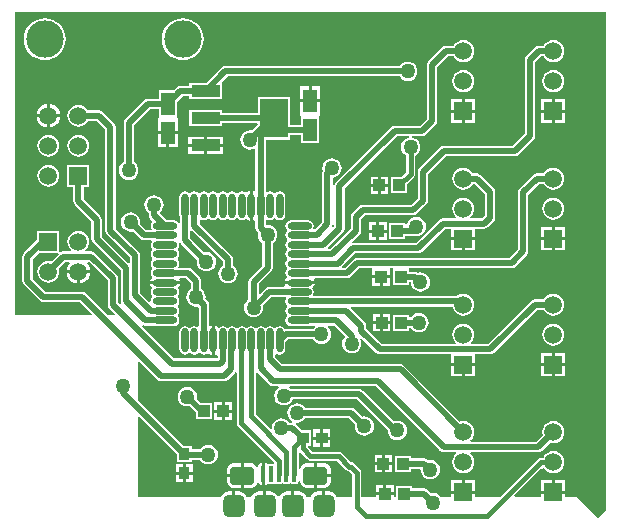
<source format=gbl>
%FSLAX25Y25*%
%MOIN*%
G70*
G01*
G75*
G04 Layer_Physical_Order=2*
G04 Layer_Color=16711680*
%ADD10R,0.03937X0.03937*%
G04:AMPARAMS|DCode=11|XSize=83mil|YSize=55mil|CornerRadius=13.75mil|HoleSize=0mil|Usage=FLASHONLY|Rotation=90.000|XOffset=0mil|YOffset=0mil|HoleType=Round|Shape=RoundedRectangle|*
%AMROUNDEDRECTD11*
21,1,0.08300,0.02750,0,0,90.0*
21,1,0.05550,0.05500,0,0,90.0*
1,1,0.02750,0.01375,0.02775*
1,1,0.02750,0.01375,-0.02775*
1,1,0.02750,-0.01375,-0.02775*
1,1,0.02750,-0.01375,0.02775*
%
%ADD11ROUNDEDRECTD11*%
%ADD12R,0.03150X0.05118*%
%ADD13R,0.05118X0.03150*%
%ADD14R,0.03740X0.03937*%
%ADD15R,0.03937X0.03740*%
%ADD16R,0.03937X0.03937*%
%ADD17C,0.01500*%
%ADD18C,0.02000*%
%ADD19R,0.05906X0.05906*%
%ADD20C,0.05906*%
%ADD21C,0.12500*%
%ADD22C,0.05000*%
%ADD23O,0.08071X0.02362*%
%ADD24O,0.02362X0.08071*%
G04:AMPARAMS|DCode=25|XSize=82.68mil|YSize=62.99mil|CornerRadius=15.75mil|HoleSize=0mil|Usage=FLASHONLY|Rotation=180.000|XOffset=0mil|YOffset=0mil|HoleType=Round|Shape=RoundedRectangle|*
%AMROUNDEDRECTD25*
21,1,0.08268,0.03150,0,0,180.0*
21,1,0.05118,0.06299,0,0,180.0*
1,1,0.03150,-0.02559,0.01575*
1,1,0.03150,0.02559,0.01575*
1,1,0.03150,0.02559,-0.01575*
1,1,0.03150,-0.02559,-0.01575*
%
%ADD25ROUNDEDRECTD25*%
G04:AMPARAMS|DCode=26|XSize=70.87mil|YSize=74.8mil|CornerRadius=17.72mil|HoleSize=0mil|Usage=FLASHONLY|Rotation=180.000|XOffset=0mil|YOffset=0mil|HoleType=Round|Shape=RoundedRectangle|*
%AMROUNDEDRECTD26*
21,1,0.07087,0.03937,0,0,180.0*
21,1,0.03543,0.07480,0,0,180.0*
1,1,0.03543,-0.01772,0.01969*
1,1,0.03543,0.01772,0.01969*
1,1,0.03543,0.01772,-0.01969*
1,1,0.03543,-0.01772,-0.01969*
%
%ADD26ROUNDEDRECTD26*%
G04:AMPARAMS|DCode=27|XSize=15.75mil|YSize=53.15mil|CornerRadius=3.94mil|HoleSize=0mil|Usage=FLASHONLY|Rotation=180.000|XOffset=0mil|YOffset=0mil|HoleType=Round|Shape=RoundedRectangle|*
%AMROUNDEDRECTD27*
21,1,0.01575,0.04528,0,0,180.0*
21,1,0.00787,0.05315,0,0,180.0*
1,1,0.00787,-0.00394,0.02264*
1,1,0.00787,0.00394,0.02264*
1,1,0.00787,0.00394,-0.02264*
1,1,0.00787,-0.00394,-0.02264*
%
%ADD27ROUNDEDRECTD27*%
G04:AMPARAMS|DCode=28|XSize=74.8mil|YSize=74.8mil|CornerRadius=18.7mil|HoleSize=0mil|Usage=FLASHONLY|Rotation=180.000|XOffset=0mil|YOffset=0mil|HoleType=Round|Shape=RoundedRectangle|*
%AMROUNDEDRECTD28*
21,1,0.07480,0.03740,0,0,180.0*
21,1,0.03740,0.07480,0,0,180.0*
1,1,0.03740,-0.01870,0.01870*
1,1,0.03740,0.01870,0.01870*
1,1,0.03740,0.01870,-0.01870*
1,1,0.03740,-0.01870,-0.01870*
%
%ADD28ROUNDEDRECTD28*%
%ADD29R,0.04724X0.07677*%
%ADD30R,0.09449X0.03937*%
%ADD31R,0.09449X0.12992*%
G36*
X196174Y179874D02*
X196174D01*
X196174Y179874D01*
X196174D01*
X196174Y179874D01*
Y179874D01*
X196174Y179874D01*
Y179874D01*
X196737Y179499D01*
X197400Y179367D01*
X218300D01*
X218963Y179499D01*
X219526Y179874D01*
X221957Y182306D01*
X222043Y182435D01*
X222522Y182289D01*
Y165500D01*
X222634Y164934D01*
X222634Y164934D01*
X222634Y164934D01*
X222955Y164455D01*
X234896Y152513D01*
X234872Y152013D01*
X234635Y151819D01*
X234335Y151879D01*
X233547D01*
X233120Y151794D01*
X233013Y151722D01*
X232780Y151769D01*
X232780Y151769D01*
Y151769D01*
X232319Y152077D01*
X231882Y152164D01*
Y148500D01*
Y144836D01*
X232319Y144923D01*
X232780Y145231D01*
X232780D01*
Y145231D01*
X233013Y145278D01*
X233120Y145206D01*
X233547Y145121D01*
X234335D01*
X234761Y145206D01*
X235123Y145448D01*
X235318D01*
X235680Y145206D01*
X236106Y145121D01*
X236894D01*
X237320Y145206D01*
X237682Y145448D01*
X237877D01*
X238239Y145206D01*
X238665Y145121D01*
X239453D01*
X239879Y145206D01*
X240241Y145448D01*
X240436D01*
X240798Y145206D01*
X241224Y145121D01*
X242012D01*
X242439Y145206D01*
X242800Y145448D01*
X243042Y145809D01*
X243097Y146085D01*
X243597Y146069D01*
X243637Y145761D01*
X243897Y145135D01*
X244309Y144597D01*
X244847Y144184D01*
X245474Y143924D01*
X246146Y143836D01*
X248205D01*
Y148008D01*
Y152180D01*
X246146D01*
X245474Y152091D01*
X244847Y151832D01*
X244309Y151419D01*
X243897Y150881D01*
X243637Y150255D01*
X243626Y150169D01*
X243127Y150202D01*
Y150764D01*
X243096Y150917D01*
Y155659D01*
X243559Y155851D01*
X245955Y153455D01*
X246434Y153134D01*
X247000Y153022D01*
X255888D01*
X258955Y149955D01*
X259434Y149634D01*
X259860Y149549D01*
X261022Y148388D01*
Y141000D01*
X255800D01*
X255653Y141355D01*
X255209Y141934D01*
X254630Y142378D01*
X253956Y142657D01*
X253232Y142752D01*
X251961D01*
Y137988D01*
X250961D01*
Y142752D01*
X249689D01*
X248965Y142657D01*
X248291Y142378D01*
X247712Y141934D01*
X247268Y141355D01*
X247121Y141000D01*
X245720D01*
X245602Y141286D01*
X245141Y141885D01*
X244542Y142346D01*
X243844Y142635D01*
X243094Y142733D01*
X241724D01*
Y137969D01*
X240724D01*
Y142733D01*
X239354D01*
X238605Y142635D01*
X237907Y142346D01*
X237307Y141885D01*
X236847Y141286D01*
X236750Y141051D01*
X236250D01*
X236153Y141286D01*
X235693Y141885D01*
X235093Y142346D01*
X234395Y142635D01*
X233646Y142733D01*
X232276D01*
Y137969D01*
X231276D01*
Y142733D01*
X229906D01*
X229156Y142635D01*
X228458Y142346D01*
X227859Y141885D01*
X227398Y141286D01*
X227280Y141000D01*
X225871D01*
X225732Y141335D01*
X225288Y141914D01*
X224709Y142358D01*
X224035Y142637D01*
X223311Y142733D01*
X222039D01*
Y137969D01*
X221039D01*
Y142733D01*
X219768D01*
X219044Y142637D01*
X218370Y142358D01*
X217791Y141914D01*
X217347Y141335D01*
X217208Y141000D01*
X189500D01*
Y167545D01*
X189962Y167736D01*
X202430Y155268D01*
Y152481D01*
X207570D01*
Y153267D01*
X210297D01*
X210718Y152718D01*
X211386Y152205D01*
X212165Y151882D01*
X213000Y151772D01*
X213835Y151882D01*
X214614Y152205D01*
X215282Y152718D01*
X215795Y153386D01*
X216118Y154165D01*
X216228Y155000D01*
X216118Y155835D01*
X215795Y156614D01*
X215282Y157282D01*
X214614Y157795D01*
X213835Y158118D01*
X213000Y158228D01*
X212165Y158118D01*
X211386Y157795D01*
X210718Y157282D01*
X210297Y156733D01*
X207570D01*
Y157818D01*
X204783D01*
X189500Y173101D01*
Y185896D01*
X189962Y186087D01*
X196174Y179874D01*
D02*
G37*
G36*
X345500Y136500D02*
X343000Y134000D01*
X336000Y141000D01*
X331953D01*
Y142000D01*
X324047D01*
Y141000D01*
X315244D01*
X315053Y141462D01*
X323852Y150261D01*
X324809Y150658D01*
X325395Y149895D01*
X326158Y149309D01*
X327046Y148941D01*
X328000Y148816D01*
X328954Y148941D01*
X329842Y149309D01*
X330605Y149895D01*
X331191Y150658D01*
X331559Y151546D01*
X331684Y152500D01*
X331559Y153454D01*
X331191Y154342D01*
X330605Y155105D01*
X329842Y155691D01*
X328954Y156059D01*
X328000Y156184D01*
X327046Y156059D01*
X326158Y155691D01*
X325395Y155105D01*
X324809Y154342D01*
X324659Y153978D01*
X324000D01*
X323528Y153884D01*
X323434Y153866D01*
X322955Y153545D01*
X310409Y141000D01*
X301953D01*
Y142000D01*
X294047D01*
Y141000D01*
X290499D01*
X290282Y141282D01*
X289614Y141795D01*
X288835Y142118D01*
X288000Y142228D01*
X287314Y142137D01*
X286226Y143226D01*
X285663Y143601D01*
X285000Y143733D01*
X281065D01*
Y144668D01*
X275728D01*
Y141000D01*
X274868D01*
Y141500D01*
X268932D01*
Y141000D01*
X263978D01*
Y149000D01*
X263866Y149566D01*
X263545Y150045D01*
X261545Y152045D01*
X261066Y152366D01*
X260640Y152451D01*
X257545Y155545D01*
X257066Y155866D01*
X256500Y155978D01*
X247612D01*
X246123Y157468D01*
X246314Y157930D01*
X247119D01*
Y163070D01*
X244332D01*
X242276Y165126D01*
X242093Y165248D01*
X242269Y165716D01*
X242600Y165672D01*
X243435Y165782D01*
X244214Y166105D01*
X244882Y166618D01*
X245304Y167167D01*
X259882D01*
X261863Y165186D01*
X261772Y164500D01*
X261882Y163665D01*
X262205Y162886D01*
X262718Y162218D01*
X263386Y161705D01*
X264165Y161382D01*
X265000Y161272D01*
X265835Y161382D01*
X266614Y161705D01*
X267282Y162218D01*
X267795Y162886D01*
X268118Y163665D01*
X268228Y164500D01*
X268118Y165335D01*
X267795Y166114D01*
X267282Y166782D01*
X266614Y167295D01*
X265835Y167618D01*
X265000Y167728D01*
X264314Y167637D01*
X261826Y170126D01*
X261263Y170501D01*
X260600Y170633D01*
X245304D01*
X244882Y171182D01*
X244214Y171695D01*
X243435Y172018D01*
X242600Y172128D01*
X241765Y172018D01*
X240986Y171695D01*
X240318Y171182D01*
X239805Y170514D01*
X239482Y169735D01*
X239372Y168900D01*
X239482Y168065D01*
X239805Y167286D01*
X240318Y166618D01*
X240984Y166107D01*
X240968Y166062D01*
X240791Y165633D01*
X240104D01*
X239682Y166182D01*
X239014Y166695D01*
X238235Y167018D01*
X237400Y167128D01*
X236565Y167018D01*
X235786Y166695D01*
X235118Y166182D01*
X234605Y165514D01*
X234282Y164735D01*
X234172Y163900D01*
X234211Y163609D01*
X233762Y163388D01*
X228778Y168372D01*
Y182228D01*
X229132Y182465D01*
X229240Y182509D01*
X233474Y178274D01*
X233474Y178274D01*
X233474D01*
X233474Y178274D01*
X233474D01*
X233474Y178274D01*
Y178274D01*
Y178274D01*
D01*
D01*
X233474D01*
Y178274D01*
X234037Y177899D01*
X234700Y177767D01*
X236293D01*
X236453Y177293D01*
X235918Y176882D01*
X235405Y176214D01*
X235082Y175435D01*
X234972Y174600D01*
X235082Y173765D01*
X235405Y172986D01*
X235918Y172318D01*
X236586Y171805D01*
X237365Y171482D01*
X238200Y171372D01*
X239035Y171482D01*
X239814Y171805D01*
X240482Y172318D01*
X240995Y172986D01*
X241153Y173367D01*
X262682D01*
X272793Y163256D01*
X272772Y163100D01*
X272882Y162265D01*
X273205Y161486D01*
X273718Y160818D01*
X274386Y160305D01*
X275165Y159982D01*
X276000Y159872D01*
X276835Y159982D01*
X277614Y160305D01*
X278282Y160818D01*
X278795Y161486D01*
X279118Y162265D01*
X279228Y163100D01*
X279118Y163935D01*
X278795Y164714D01*
X278282Y165382D01*
X277614Y165895D01*
X276835Y166218D01*
X276000Y166328D01*
X275165Y166218D01*
X274860Y166091D01*
X264626Y176326D01*
X264063Y176701D01*
X263400Y176833D01*
X240520D01*
X240482Y176882D01*
X239947Y177293D01*
X240107Y177767D01*
X268782D01*
X290274Y156274D01*
X290274Y156274D01*
X290274D01*
X290274Y156274D01*
X290274D01*
X290274Y156274D01*
Y156274D01*
Y156274D01*
D01*
D01*
X290274D01*
Y156274D01*
X290837Y155899D01*
X291500Y155767D01*
X295479D01*
X295640Y155293D01*
X295395Y155105D01*
X294809Y154342D01*
X294441Y153454D01*
X294316Y152500D01*
X294441Y151546D01*
X294809Y150658D01*
X295395Y149895D01*
X296158Y149309D01*
X297046Y148941D01*
X298000Y148816D01*
X298954Y148941D01*
X299842Y149309D01*
X300605Y149895D01*
X301191Y150658D01*
X301559Y151546D01*
X301684Y152500D01*
X301559Y153454D01*
X301191Y154342D01*
X300605Y155105D01*
X300360Y155293D01*
X300521Y155767D01*
X323000D01*
X323663Y155899D01*
X324226Y156274D01*
X324226Y156274D01*
X324226Y156274D01*
X326938Y158986D01*
X327046Y158941D01*
X328000Y158816D01*
X328954Y158941D01*
X329842Y159309D01*
X330605Y159895D01*
X331191Y160658D01*
X331559Y161546D01*
X331684Y162500D01*
X331559Y163454D01*
X331191Y164342D01*
X330605Y165105D01*
X329842Y165691D01*
X328954Y166059D01*
X328000Y166184D01*
X327046Y166059D01*
X326158Y165691D01*
X325395Y165105D01*
X324809Y164342D01*
X324441Y163454D01*
X324316Y162500D01*
X324441Y161546D01*
X324486Y161438D01*
X322282Y159233D01*
X300521D01*
X300360Y159707D01*
X300605Y159895D01*
X301191Y160658D01*
X301559Y161546D01*
X301684Y162500D01*
X301559Y163454D01*
X301191Y164342D01*
X300605Y165105D01*
X299842Y165691D01*
X298954Y166059D01*
X298000Y166184D01*
X297046Y166059D01*
X296938Y166014D01*
X278326Y184626D01*
X277763Y185001D01*
X277100Y185133D01*
X237718D01*
X235332Y187520D01*
Y188358D01*
X235773Y188594D01*
X236014Y188433D01*
X236748Y188287D01*
X237482Y188433D01*
X238104Y188848D01*
X238520Y189471D01*
X238666Y190205D01*
Y192526D01*
X239507Y193367D01*
X247996D01*
X248418Y192818D01*
X249086Y192305D01*
X249865Y191982D01*
X250700Y191872D01*
X251535Y191982D01*
X252314Y192305D01*
X252982Y192818D01*
X253495Y193486D01*
X253818Y194265D01*
X253928Y195100D01*
X253818Y195935D01*
X253495Y196714D01*
X252982Y197382D01*
X252770Y197545D01*
X252931Y198019D01*
X254930D01*
X258527Y194422D01*
X258518Y194282D01*
X258005Y193614D01*
X257682Y192835D01*
X257572Y192000D01*
X257682Y191165D01*
X258005Y190386D01*
X258518Y189718D01*
X259186Y189205D01*
X259965Y188882D01*
X260800Y188772D01*
X261635Y188882D01*
X262414Y189205D01*
X263082Y189718D01*
X263595Y190386D01*
X263918Y191165D01*
X264028Y192000D01*
X263918Y192835D01*
X263633Y193522D01*
X264049Y193800D01*
X268974Y188874D01*
X268974Y188874D01*
X268974D01*
X268974Y188874D01*
X268974D01*
X268974Y188874D01*
Y188874D01*
Y188874D01*
D01*
D01*
X268974D01*
Y188874D01*
X269537Y188499D01*
X270200Y188367D01*
X294047D01*
Y185500D01*
X301953D01*
Y188367D01*
X307000D01*
X307663Y188499D01*
X308226Y188874D01*
X308226Y188874D01*
X308226Y188874D01*
X322618Y203267D01*
X324764D01*
X324809Y203158D01*
X325395Y202395D01*
X326158Y201809D01*
X327046Y201441D01*
X328000Y201316D01*
X328954Y201441D01*
X329842Y201809D01*
X330605Y202395D01*
X331191Y203158D01*
X331559Y204046D01*
X331684Y205000D01*
X331559Y205954D01*
X331191Y206842D01*
X330605Y207605D01*
X329842Y208191D01*
X328954Y208559D01*
X328000Y208684D01*
X327046Y208559D01*
X326158Y208191D01*
X325395Y207605D01*
X324809Y206842D01*
X324764Y206733D01*
X321900D01*
X321237Y206601D01*
X320674Y206226D01*
X306282Y191833D01*
X300651D01*
X300490Y192307D01*
X300605Y192395D01*
X301191Y193158D01*
X301559Y194046D01*
X301684Y195000D01*
X301559Y195954D01*
X301191Y196842D01*
X300605Y197605D01*
X299842Y198191D01*
X298954Y198559D01*
X298000Y198684D01*
X297046Y198559D01*
X296158Y198191D01*
X295395Y197605D01*
X294809Y196842D01*
X294441Y195954D01*
X294316Y195000D01*
X294441Y194046D01*
X294809Y193158D01*
X295395Y192395D01*
X295510Y192307D01*
X295349Y191833D01*
X270918D01*
X265733Y197018D01*
Y197900D01*
X265601Y198563D01*
X265226Y199126D01*
X260495Y203856D01*
X260687Y204318D01*
X294406D01*
X294441Y204046D01*
X294809Y203158D01*
X295395Y202395D01*
X296158Y201809D01*
X297046Y201441D01*
X298000Y201316D01*
X298954Y201441D01*
X299842Y201809D01*
X300605Y202395D01*
X301191Y203158D01*
X301559Y204046D01*
X301684Y205000D01*
X301559Y205954D01*
X301191Y206842D01*
X300605Y207605D01*
X299842Y208191D01*
X298954Y208559D01*
X298000Y208684D01*
X297046Y208559D01*
X296158Y208191D01*
X295628Y207785D01*
X248142D01*
X247906Y208225D01*
X248067Y208467D01*
X248213Y209201D01*
X248067Y209935D01*
X247652Y210557D01*
X247868Y210778D01*
X247868Y210778D01*
X248350Y211499D01*
X248420Y211850D01*
X238462D01*
X238532Y211499D01*
X238615Y211375D01*
X238379Y210934D01*
X233301D01*
X232638Y210802D01*
X232075Y210426D01*
X230295Y208646D01*
X229833Y208838D01*
Y211882D01*
X234026Y216074D01*
X234026Y216074D01*
X234026Y216074D01*
X234401Y216637D01*
X234533Y217300D01*
Y225596D01*
X235082Y226018D01*
X235595Y226686D01*
X235918Y227465D01*
X236028Y228300D01*
X235918Y229135D01*
X235595Y229914D01*
X235082Y230582D01*
X234414Y231095D01*
X233635Y231418D01*
X232800Y231528D01*
X232558Y231496D01*
X232182Y231825D01*
Y233240D01*
X232623Y233476D01*
X232864Y233315D01*
X233598Y233169D01*
X234332Y233315D01*
X234955Y233730D01*
X235392D01*
X236014Y233315D01*
X236748Y233169D01*
X237482Y233315D01*
X238104Y233730D01*
X238520Y234353D01*
X238666Y235087D01*
Y240795D01*
X238520Y241529D01*
X238104Y242151D01*
X237482Y242567D01*
X236748Y242713D01*
X236014Y242567D01*
X235392Y242151D01*
X234955D01*
X234332Y242567D01*
X233598Y242713D01*
X232864Y242567D01*
X232623Y242406D01*
X232182Y242642D01*
Y259904D01*
X240342D01*
Y261544D01*
X243938D01*
Y258739D01*
X250062D01*
Y267731D01*
D01*
D01*
D01*
X250062Y267731D01*
D01*
X250362Y268084D01*
X250362Y268084D01*
D01*
X250362Y268084D01*
X250362Y268084D01*
X250362Y268169D01*
X250362Y268169D01*
X250362D01*
Y272423D01*
X243638D01*
Y268169D01*
X243638Y268169D01*
X243638D01*
X243638Y268084D01*
X243938Y267816D01*
X243938Y267731D01*
X243938Y267731D01*
X243938D01*
Y265010D01*
X240342D01*
Y274296D01*
X229493D01*
Y268833D01*
X217507D01*
Y269769D01*
X206658D01*
Y264432D01*
X217507D01*
Y265367D01*
X229262D01*
X229453Y264905D01*
X227586Y263037D01*
X226900Y263128D01*
X226065Y263018D01*
X225286Y262695D01*
X224618Y262182D01*
X224105Y261514D01*
X223782Y260735D01*
X223672Y259900D01*
X223782Y259065D01*
X224105Y258286D01*
X224618Y257618D01*
X225286Y257105D01*
X226065Y256782D01*
X226900Y256672D01*
X227735Y256782D01*
X228300Y257016D01*
X228715Y256738D01*
Y243003D01*
X228274Y242767D01*
X228150Y242850D01*
X227799Y242920D01*
Y237941D01*
Y232962D01*
X228150Y233032D01*
X228274Y233115D01*
X228715Y232879D01*
Y230651D01*
X228847Y229988D01*
X229223Y229426D01*
X229223Y229426D01*
X229223Y229426D01*
X229223Y229426D01*
Y229426D01*
X229663Y228986D01*
X229572Y228300D01*
X229682Y227465D01*
X230005Y226686D01*
X230518Y226018D01*
X231067Y225596D01*
Y218018D01*
X226874Y213826D01*
X226499Y213263D01*
X226367Y212600D01*
Y206703D01*
X225818Y206282D01*
X225305Y205614D01*
X224982Y204835D01*
X224872Y204000D01*
X224982Y203165D01*
X225305Y202386D01*
X225818Y201718D01*
X226486Y201205D01*
X227265Y200882D01*
X228100Y200772D01*
X228935Y200882D01*
X229714Y201205D01*
X230382Y201718D01*
X230895Y202386D01*
X231218Y203165D01*
X231328Y204000D01*
X231237Y204686D01*
X234019Y207468D01*
X238740D01*
X238976Y207027D01*
X238815Y206785D01*
X238669Y206051D01*
X238815Y205317D01*
X239230Y204695D01*
Y204258D01*
X238815Y203636D01*
X238669Y202902D01*
X238815Y202168D01*
X239230Y201545D01*
Y201108D01*
X238815Y200486D01*
X238669Y199752D01*
X238815Y199018D01*
X239230Y198396D01*
X239853Y197980D01*
X240587Y197834D01*
X246295D01*
X247029Y197980D01*
X247087Y198019D01*
X248469D01*
X248630Y197545D01*
X248418Y197382D01*
X247996Y196833D01*
X238789D01*
X238442Y196764D01*
X238104Y197270D01*
X237482Y197685D01*
X236748Y197831D01*
X236014Y197685D01*
X235392Y197270D01*
X234955D01*
X234332Y197685D01*
X233598Y197831D01*
X232864Y197685D01*
X232242Y197270D01*
X231805D01*
X231183Y197685D01*
X230449Y197831D01*
X229715Y197685D01*
X229093Y197270D01*
X228655D01*
X228033Y197685D01*
X227299Y197831D01*
X226565Y197685D01*
X225943Y197270D01*
X225506D01*
X224884Y197685D01*
X224150Y197831D01*
X223416Y197685D01*
X222793Y197270D01*
X222356D01*
X221734Y197685D01*
X221000Y197831D01*
X220266Y197685D01*
X219644Y197270D01*
X219207D01*
X218584Y197685D01*
X217850Y197831D01*
X217116Y197685D01*
X216494Y197270D01*
X216273Y197486D01*
X216273Y197486D01*
X215552Y197968D01*
X215201Y198038D01*
Y193059D01*
Y188080D01*
X215552Y188150D01*
X215676Y188233D01*
X216117Y187997D01*
Y187068D01*
X216082Y187033D01*
X201618D01*
X190911Y197740D01*
X191185Y198151D01*
X191848Y198019D01*
X194913D01*
X194971Y197980D01*
X195705Y197834D01*
X201413D01*
X202147Y197980D01*
X202770Y198396D01*
X203185Y199018D01*
X203331Y199752D01*
X203185Y200486D01*
X202770Y201108D01*
Y201545D01*
X203185Y202168D01*
X203331Y202902D01*
X203185Y203636D01*
X202770Y204258D01*
Y204695D01*
X203185Y205317D01*
X203331Y206051D01*
X203185Y206785D01*
X202770Y207407D01*
Y207845D01*
X203185Y208467D01*
X203331Y209201D01*
X203185Y209935D01*
X202770Y210557D01*
X202986Y210778D01*
X202986Y210778D01*
X203468Y211499D01*
X203538Y211850D01*
X193580D01*
X193650Y211499D01*
X194132Y210778D01*
X194132Y210778D01*
X194349Y210557D01*
X193933Y209935D01*
X193787Y209201D01*
X193933Y208467D01*
X194349Y207845D01*
Y207407D01*
X193933Y206785D01*
X193793Y206082D01*
X193314Y205937D01*
X190233Y209018D01*
Y221500D01*
X190101Y222163D01*
X189726Y222726D01*
X182133Y230318D01*
Y264200D01*
X182001Y264863D01*
X181626Y265426D01*
X177826Y269226D01*
X177263Y269601D01*
X176600Y269733D01*
X172936D01*
X172891Y269842D01*
X172305Y270605D01*
X171542Y271191D01*
X170654Y271559D01*
X169700Y271684D01*
X168746Y271559D01*
X167858Y271191D01*
X167095Y270605D01*
X166509Y269842D01*
X166141Y268954D01*
X166016Y268000D01*
X166141Y267046D01*
X166509Y266158D01*
X167095Y265395D01*
X167858Y264809D01*
X168746Y264441D01*
X169700Y264316D01*
X170654Y264441D01*
X171542Y264809D01*
X172305Y265395D01*
X172891Y266158D01*
X172936Y266267D01*
X175882D01*
X178667Y263482D01*
Y229600D01*
X178799Y228937D01*
X179174Y228374D01*
X179174Y228374D01*
X179174Y228374D01*
X186767Y220782D01*
Y218938D01*
X186305Y218746D01*
X177533Y227518D01*
Y233300D01*
X177401Y233963D01*
X177026Y234526D01*
X171433Y240118D01*
Y244347D01*
X173353D01*
Y251653D01*
X166047D01*
Y244347D01*
X167967D01*
Y239400D01*
X168099Y238737D01*
X168474Y238174D01*
X168474Y238174D01*
X168474Y238174D01*
X174067Y232582D01*
Y226800D01*
X174199Y226137D01*
X174574Y225574D01*
X183767Y216382D01*
Y206100D01*
X183899Y205437D01*
X183489Y205163D01*
X182933Y205718D01*
Y213800D01*
X182933Y213800D01*
X182933Y213800D01*
Y213800D01*
X182933D01*
X182933Y213800D01*
X182801Y214463D01*
X182426Y215026D01*
X175226Y222226D01*
X174663Y222601D01*
X174000Y222733D01*
X172221D01*
X172060Y223207D01*
X172305Y223395D01*
X172891Y224158D01*
X173259Y225046D01*
X173384Y226000D01*
X173259Y226954D01*
X172891Y227842D01*
X172305Y228605D01*
X171542Y229191D01*
X170654Y229559D01*
X169700Y229684D01*
X168746Y229559D01*
X167858Y229191D01*
X167095Y228605D01*
X166509Y227842D01*
X166141Y226954D01*
X166016Y226000D01*
X166141Y225046D01*
X166509Y224158D01*
X167095Y223395D01*
X167340Y223207D01*
X167179Y222733D01*
X164700D01*
X164037Y222601D01*
X163794Y222439D01*
X163353Y222675D01*
Y229653D01*
X156047D01*
Y226698D01*
X151474Y222126D01*
X151099Y221563D01*
X150967Y220900D01*
Y212900D01*
X151099Y212237D01*
X151474Y211674D01*
X151474Y211674D01*
X151474Y211674D01*
X156774Y206374D01*
X156774Y206374D01*
X156774D01*
X156774Y206374D01*
X156774D01*
X156774Y206374D01*
Y206374D01*
Y206374D01*
D01*
D01*
X156774D01*
Y206374D01*
X157337Y205999D01*
X158000Y205867D01*
X170182D01*
X174087Y201962D01*
X173896Y201500D01*
X148500D01*
Y302500D01*
X345500D01*
Y136500D01*
D02*
G37*
G36*
X163134Y221885D02*
X160762Y219514D01*
X160654Y219559D01*
X159700Y219684D01*
X158746Y219559D01*
X157858Y219191D01*
X157095Y218605D01*
X156509Y217842D01*
X156141Y216954D01*
X156016Y216000D01*
X156141Y215046D01*
X156509Y214158D01*
X157095Y213395D01*
X157858Y212809D01*
X158746Y212441D01*
X159700Y212316D01*
X160654Y212441D01*
X161542Y212809D01*
X162305Y213395D01*
X162891Y214158D01*
X163259Y215046D01*
X163384Y216000D01*
X163259Y216954D01*
X163214Y217062D01*
X165418Y219267D01*
X166659D01*
X166881Y218819D01*
X166247Y217993D01*
X165849Y217032D01*
X165779Y216500D01*
X173621D01*
X173551Y217032D01*
X173153Y217993D01*
X172519Y218819D01*
X172741Y219267D01*
X173282D01*
X179467Y213082D01*
Y205000D01*
X179599Y204337D01*
X179974Y203774D01*
X179974Y203774D01*
X179974Y203774D01*
X181787Y201962D01*
X181596Y201500D01*
X179451D01*
X172126Y208826D01*
X171563Y209201D01*
X170900Y209333D01*
X158718D01*
X154433Y213618D01*
Y220182D01*
X156598Y222347D01*
X162943D01*
X163134Y221885D01*
D02*
G37*
%LPC*%
G36*
X301953Y184500D02*
X298500D01*
Y181047D01*
X301953D01*
Y184500D01*
D02*
G37*
G36*
X297500D02*
X294047D01*
Y181047D01*
X297500D01*
Y184500D01*
D02*
G37*
G36*
X331953D02*
X328500D01*
Y181047D01*
X331953D01*
Y184500D01*
D02*
G37*
G36*
X327500D02*
X324047D01*
Y181047D01*
X327500D01*
Y184500D01*
D02*
G37*
G36*
X220917Y172468D02*
X218448D01*
Y170000D01*
X220917D01*
Y172468D01*
D02*
G37*
G36*
Y169000D02*
X218448D01*
Y166532D01*
X220917D01*
Y169000D01*
D02*
G37*
G36*
X217448D02*
X214980D01*
Y166532D01*
X217448D01*
Y169000D01*
D02*
G37*
G36*
X206000Y177528D02*
X205165Y177418D01*
X204386Y177095D01*
X203718Y176582D01*
X203205Y175914D01*
X202882Y175135D01*
X202772Y174300D01*
X202882Y173465D01*
X203205Y172686D01*
X203718Y172018D01*
X204386Y171505D01*
X205165Y171182D01*
X206000Y171072D01*
X206686Y171163D01*
X208784Y169065D01*
Y166832D01*
X214121D01*
Y172169D01*
X210583D01*
X209137Y173614D01*
X209228Y174300D01*
X209118Y175135D01*
X208795Y175914D01*
X208282Y176582D01*
X207614Y177095D01*
X206835Y177418D01*
X206000Y177528D01*
D02*
G37*
G36*
X253718Y163370D02*
X251250D01*
Y161000D01*
X253718D01*
Y163370D01*
D02*
G37*
G36*
X217448Y172468D02*
X214980D01*
Y170000D01*
X217448D01*
Y172468D01*
D02*
G37*
G36*
X270152Y213733D02*
X267684D01*
Y211265D01*
X270152D01*
Y213733D01*
D02*
G37*
G36*
X283200Y202228D02*
X282365Y202118D01*
X281586Y201795D01*
X280918Y201282D01*
X280497Y200733D01*
X279917D01*
Y201669D01*
X274580D01*
Y196332D01*
X279917D01*
Y197267D01*
X280497D01*
X280918Y196718D01*
X281586Y196205D01*
X282365Y195882D01*
X283200Y195772D01*
X284035Y195882D01*
X284814Y196205D01*
X285482Y196718D01*
X285995Y197386D01*
X286318Y198165D01*
X286428Y199000D01*
X286318Y199835D01*
X285995Y200614D01*
X285482Y201282D01*
X284814Y201795D01*
X284035Y202118D01*
X283200Y202228D01*
D02*
G37*
G36*
X273721Y201969D02*
X271252D01*
Y199500D01*
X273721D01*
Y201969D01*
D02*
G37*
G36*
X173621Y215500D02*
X170200D01*
Y212079D01*
X170732Y212149D01*
X171693Y212547D01*
X172519Y213181D01*
X173153Y214007D01*
X173551Y214968D01*
X173621Y215500D01*
D02*
G37*
G36*
X169200D02*
X165779D01*
X165849Y214968D01*
X166247Y214007D01*
X166881Y213181D01*
X167707Y212547D01*
X168668Y212149D01*
X169200Y212079D01*
Y215500D01*
D02*
G37*
G36*
X273621Y213733D02*
X271152D01*
Y211265D01*
X273621D01*
Y213733D01*
D02*
G37*
G36*
X328000Y198684D02*
X327046Y198559D01*
X326158Y198191D01*
X325395Y197605D01*
X324809Y196842D01*
X324441Y195954D01*
X324316Y195000D01*
X324441Y194046D01*
X324809Y193158D01*
X325395Y192395D01*
X326158Y191809D01*
X327046Y191441D01*
X328000Y191316D01*
X328954Y191441D01*
X329842Y191809D01*
X330605Y192395D01*
X331191Y193158D01*
X331559Y194046D01*
X331684Y195000D01*
X331559Y195954D01*
X331191Y196842D01*
X330605Y197605D01*
X329842Y198191D01*
X328954Y198559D01*
X328000Y198684D01*
D02*
G37*
G36*
X331953Y188953D02*
X328500D01*
Y185500D01*
X331953D01*
Y188953D01*
D02*
G37*
G36*
X327500D02*
X324047D01*
Y185500D01*
X327500D01*
Y188953D01*
D02*
G37*
G36*
X270252Y201969D02*
X267783D01*
Y199500D01*
X270252D01*
Y201969D01*
D02*
G37*
G36*
X273721Y198500D02*
X271252D01*
Y196031D01*
X273721D01*
Y198500D01*
D02*
G37*
G36*
X270252D02*
X267783D01*
Y196031D01*
X270252D01*
Y198500D01*
D02*
G37*
G36*
X253861Y147508D02*
X249205D01*
Y143836D01*
X251264D01*
X251936Y143924D01*
X252562Y144184D01*
X253100Y144597D01*
X253513Y145135D01*
X253772Y145761D01*
X253861Y146433D01*
Y147508D01*
D02*
G37*
G36*
X223795D02*
X219139D01*
Y146433D01*
X219228Y145761D01*
X219487Y145135D01*
X219900Y144597D01*
X220438Y144184D01*
X221064Y143924D01*
X221736Y143836D01*
X223795D01*
Y147508D01*
D02*
G37*
G36*
X226854Y152180D02*
X224795D01*
Y148008D01*
Y143836D01*
X226854D01*
X227526Y143924D01*
X228153Y144184D01*
X228691Y144597D01*
X229103Y145135D01*
X229262Y145517D01*
X229760Y145566D01*
X229983Y145231D01*
X230444Y144923D01*
X230882Y144836D01*
Y148500D01*
Y152164D01*
X230444Y152077D01*
X229983Y151769D01*
X229675Y151308D01*
X229634Y151101D01*
X229103Y150881D01*
X228691Y151419D01*
X228153Y151832D01*
X227526Y152091D01*
X226854Y152180D01*
D02*
G37*
G36*
X207870Y148350D02*
X205500D01*
Y145882D01*
X207870D01*
Y148350D01*
D02*
G37*
G36*
X204500D02*
X202130D01*
Y145882D01*
X204500D01*
Y148350D01*
D02*
G37*
G36*
X331953Y146453D02*
X328500D01*
Y143000D01*
X331953D01*
Y146453D01*
D02*
G37*
G36*
X274868Y144968D02*
X272400D01*
Y142500D01*
X274868D01*
Y144968D01*
D02*
G37*
G36*
X271400D02*
X268932D01*
Y142500D01*
X271400D01*
Y144968D01*
D02*
G37*
G36*
X297500Y146453D02*
X294047D01*
Y143000D01*
X297500D01*
Y146453D01*
D02*
G37*
G36*
X327500D02*
X324047D01*
Y143000D01*
X327500D01*
Y146453D01*
D02*
G37*
G36*
X301953D02*
X298500D01*
Y143000D01*
X301953D01*
Y146453D01*
D02*
G37*
G36*
X280565Y154668D02*
X275228D01*
Y149331D01*
X280565D01*
Y150267D01*
X283539D01*
X283772Y150000D01*
X283882Y149165D01*
X284205Y148386D01*
X284718Y147718D01*
X285386Y147205D01*
X286165Y146882D01*
X287000Y146772D01*
X287835Y146882D01*
X288614Y147205D01*
X289282Y147718D01*
X289795Y148386D01*
X290118Y149165D01*
X290228Y150000D01*
X290118Y150835D01*
X289795Y151614D01*
X289282Y152282D01*
X288614Y152795D01*
X287835Y153118D01*
X287000Y153228D01*
X286314Y153137D01*
X286226Y153226D01*
X285663Y153601D01*
X285000Y153733D01*
X280565D01*
Y154668D01*
D02*
G37*
G36*
X274369Y154969D02*
X271900D01*
Y152500D01*
X274369D01*
Y154969D01*
D02*
G37*
G36*
X270900D02*
X268431D01*
Y152500D01*
X270900D01*
Y154969D01*
D02*
G37*
G36*
X250250Y160000D02*
X247781D01*
Y157630D01*
X250250D01*
Y160000D01*
D02*
G37*
G36*
Y163370D02*
X247781D01*
Y161000D01*
X250250D01*
Y163370D01*
D02*
G37*
G36*
X253718Y160000D02*
X251250D01*
Y157630D01*
X253718D01*
Y160000D01*
D02*
G37*
G36*
X207870Y151819D02*
X205500D01*
Y149350D01*
X207870D01*
Y151819D01*
D02*
G37*
G36*
X251264Y152180D02*
X249205D01*
Y148508D01*
X253861D01*
Y149583D01*
X253772Y150255D01*
X253513Y150881D01*
X253100Y151419D01*
X252562Y151832D01*
X251936Y152091D01*
X251264Y152180D01*
D02*
G37*
G36*
X223795D02*
X221736D01*
X221064Y152091D01*
X220438Y151832D01*
X219900Y151419D01*
X219487Y150881D01*
X219228Y150255D01*
X219139Y149583D01*
Y148508D01*
X223795D01*
Y152180D01*
D02*
G37*
G36*
X270900Y151500D02*
X268431D01*
Y149031D01*
X270900D01*
Y151500D01*
D02*
G37*
G36*
X204500Y151819D02*
X202130D01*
Y149350D01*
X204500D01*
Y151819D01*
D02*
G37*
G36*
X274369Y151500D02*
X271900D01*
Y149031D01*
X274369D01*
Y151500D01*
D02*
G37*
G36*
X327500Y269000D02*
X324047D01*
Y265547D01*
X327500D01*
Y269000D01*
D02*
G37*
G36*
X301953D02*
X298500D01*
Y265547D01*
X301953D01*
Y269000D01*
D02*
G37*
G36*
X331953D02*
X328500D01*
Y265547D01*
X331953D01*
Y269000D01*
D02*
G37*
G36*
X160200Y271921D02*
Y268500D01*
X163621D01*
X163551Y269032D01*
X163153Y269993D01*
X162519Y270819D01*
X161693Y271453D01*
X160732Y271851D01*
X160200Y271921D01*
D02*
G37*
G36*
X159200D02*
X158668Y271851D01*
X157707Y271453D01*
X156881Y270819D01*
X156247Y269993D01*
X155849Y269032D01*
X155779Y268500D01*
X159200D01*
Y271921D01*
D02*
G37*
G36*
X297500Y269000D02*
X294047D01*
Y265547D01*
X297500D01*
Y269000D01*
D02*
G37*
G36*
X211583Y261013D02*
X206358D01*
Y258545D01*
X211583D01*
Y261013D01*
D02*
G37*
G36*
X202862Y261777D02*
X200000D01*
Y257439D01*
X202862D01*
Y261777D01*
D02*
G37*
G36*
X217807Y261013D02*
X212583D01*
Y258545D01*
X217807D01*
Y261013D01*
D02*
G37*
G36*
X163621Y267500D02*
X160200D01*
Y264079D01*
X160732Y264149D01*
X161693Y264547D01*
X162519Y265181D01*
X163153Y266007D01*
X163551Y266968D01*
X163621Y267500D01*
D02*
G37*
G36*
X159200D02*
X155779D01*
X155849Y266968D01*
X156247Y266007D01*
X156881Y265181D01*
X157707Y264547D01*
X158668Y264149D01*
X159200Y264079D01*
Y267500D01*
D02*
G37*
G36*
X297500Y273453D02*
X294047D01*
Y270000D01*
X297500D01*
Y273453D01*
D02*
G37*
G36*
X279500Y286028D02*
X278665Y285918D01*
X277886Y285595D01*
X277218Y285082D01*
X276797Y284533D01*
X218728D01*
X218064Y284401D01*
X217502Y284026D01*
X212300Y278824D01*
X206658D01*
Y277888D01*
X203732D01*
X203069Y277757D01*
X202507Y277381D01*
X201587Y276461D01*
X196438D01*
Y273656D01*
X192823D01*
X192159Y273524D01*
X191597Y273148D01*
X185274Y266826D01*
X184899Y266263D01*
X184767Y265600D01*
Y252503D01*
X184218Y252082D01*
X183705Y251414D01*
X183382Y250635D01*
X183272Y249800D01*
X183382Y248965D01*
X183705Y248186D01*
X184218Y247518D01*
X184886Y247005D01*
X185665Y246682D01*
X186500Y246572D01*
X187335Y246682D01*
X188114Y247005D01*
X188782Y247518D01*
X189295Y248186D01*
X189618Y248965D01*
X189728Y249800D01*
X189618Y250635D01*
X189295Y251414D01*
X188782Y252082D01*
X188233Y252503D01*
Y264882D01*
X193541Y270189D01*
X196438D01*
Y267469D01*
X196438Y267469D01*
X196438D01*
X196438Y267384D01*
X196138Y267116D01*
X196138Y267031D01*
X196138Y267031D01*
X196138D01*
Y262777D01*
X202862D01*
Y267031D01*
X202862Y267031D01*
D01*
D01*
X202862Y267031D01*
X202862Y267116D01*
X202799Y267173D01*
X202799Y267173D01*
X202613Y267339D01*
X202562Y267384D01*
X202562Y267469D01*
X202562Y267469D01*
X202562D01*
Y272534D01*
X204450Y274422D01*
X206658D01*
Y273487D01*
X217507D01*
Y278824D01*
X217507Y278824D01*
X217507D01*
X217418Y279039D01*
X219445Y281067D01*
X276797D01*
X277218Y280518D01*
X277886Y280005D01*
X278665Y279682D01*
X279500Y279572D01*
X280335Y279682D01*
X281114Y280005D01*
X281782Y280518D01*
X282295Y281186D01*
X282618Y281965D01*
X282728Y282800D01*
X282618Y283635D01*
X282295Y284414D01*
X281782Y285082D01*
X281114Y285595D01*
X280335Y285918D01*
X279500Y286028D01*
D02*
G37*
G36*
X328000Y283184D02*
X327046Y283059D01*
X326158Y282691D01*
X325395Y282105D01*
X324809Y281342D01*
X324441Y280454D01*
X324316Y279500D01*
X324441Y278546D01*
X324809Y277658D01*
X325395Y276895D01*
X326158Y276309D01*
X327046Y275941D01*
X328000Y275816D01*
X328954Y275941D01*
X329842Y276309D01*
X330605Y276895D01*
X331191Y277658D01*
X331559Y278546D01*
X331684Y279500D01*
X331559Y280454D01*
X331191Y281342D01*
X330605Y282105D01*
X329842Y282691D01*
X328954Y283059D01*
X328000Y283184D01*
D02*
G37*
G36*
Y293184D02*
X327046Y293059D01*
X326158Y292691D01*
X325395Y292105D01*
X324809Y291342D01*
X324764Y291233D01*
X323200D01*
X322537Y291101D01*
X321974Y290726D01*
X318974Y287726D01*
X318599Y287163D01*
X318467Y286500D01*
Y262018D01*
X314382Y257933D01*
X291500D01*
X290837Y257801D01*
X290274Y257426D01*
X290274Y257426D01*
X283274Y250426D01*
X282899Y249863D01*
X282767Y249200D01*
Y240318D01*
X280682Y238233D01*
X264500D01*
X263837Y238101D01*
X263274Y237726D01*
X260974Y235426D01*
X260599Y234863D01*
X260467Y234200D01*
Y230318D01*
X253681Y223533D01*
X253037D01*
X252846Y223994D01*
X257926Y229074D01*
X257926Y229074D01*
X258177Y229450D01*
X258301Y229637D01*
X258433Y230300D01*
X258433Y230300D01*
Y243782D01*
X275818Y261167D01*
X280013D01*
X280046Y260668D01*
X279665Y260618D01*
X278886Y260295D01*
X278218Y259782D01*
X277705Y259114D01*
X277382Y258335D01*
X277272Y257500D01*
X277382Y256665D01*
X277705Y255886D01*
X278218Y255218D01*
X278886Y254705D01*
X279022Y254649D01*
Y249264D01*
X277126Y247369D01*
X273880D01*
Y242032D01*
X279217D01*
Y245278D01*
X281545Y247607D01*
X281866Y248086D01*
X281978Y248652D01*
Y254649D01*
X282114Y254705D01*
X282782Y255218D01*
X283295Y255886D01*
X283618Y256665D01*
X283728Y257500D01*
X283618Y258335D01*
X283295Y259114D01*
X282782Y259782D01*
X282114Y260295D01*
X281335Y260618D01*
X280955Y260668D01*
X280987Y261167D01*
X284200D01*
X284863Y261299D01*
X285426Y261674D01*
X285426Y261674D01*
X285426Y261674D01*
X288726Y264974D01*
X288726Y264974D01*
X289101Y265537D01*
X289233Y266200D01*
Y284082D01*
X292918Y287767D01*
X294764D01*
X294809Y287658D01*
X295395Y286895D01*
X296158Y286309D01*
X297046Y285941D01*
X298000Y285816D01*
X298954Y285941D01*
X299842Y286309D01*
X300605Y286895D01*
X301191Y287658D01*
X301559Y288546D01*
X301684Y289500D01*
X301559Y290454D01*
X301191Y291342D01*
X300605Y292105D01*
X299842Y292691D01*
X298954Y293059D01*
X298000Y293184D01*
X297046Y293059D01*
X296158Y292691D01*
X295395Y292105D01*
X294809Y291342D01*
X294764Y291233D01*
X292200D01*
X291537Y291101D01*
X290974Y290726D01*
X286274Y286026D01*
X285899Y285463D01*
X285767Y284800D01*
Y266918D01*
X283482Y264633D01*
X275100D01*
X274437Y264501D01*
X273874Y264126D01*
X255474Y245726D01*
X255099Y245163D01*
X254967Y244500D01*
Y231122D01*
X254526Y230887D01*
X254301Y231037D01*
X254433Y231700D01*
Y247303D01*
X255035Y247382D01*
X255814Y247705D01*
X256482Y248218D01*
X256995Y248886D01*
X257318Y249665D01*
X257428Y250500D01*
X257318Y251335D01*
X256995Y252114D01*
X256482Y252782D01*
X255814Y253295D01*
X255035Y253618D01*
X254200Y253728D01*
X253365Y253618D01*
X252586Y253295D01*
X251918Y252782D01*
X251405Y252114D01*
X251082Y251335D01*
X250972Y250500D01*
X251082Y249665D01*
X251094Y249638D01*
X250967Y249000D01*
Y232418D01*
X248522Y229973D01*
X248027Y230046D01*
X247906Y230273D01*
X248067Y230514D01*
X248213Y231248D01*
X248067Y231982D01*
X247652Y232604D01*
X247029Y233020D01*
X246295Y233166D01*
X240587D01*
X239853Y233020D01*
X239230Y232604D01*
X238815Y231982D01*
X238669Y231248D01*
X238815Y230514D01*
X239230Y229892D01*
Y229455D01*
X238815Y228832D01*
X238669Y228098D01*
X238815Y227364D01*
X239230Y226742D01*
Y226305D01*
X238815Y225683D01*
X238669Y224949D01*
X238815Y224215D01*
X239230Y223593D01*
Y223155D01*
X238815Y222533D01*
X238669Y221799D01*
X238815Y221065D01*
X239230Y220443D01*
Y220006D01*
X238815Y219384D01*
X238669Y218650D01*
X238815Y217916D01*
X239230Y217293D01*
Y216856D01*
X238815Y216234D01*
X238669Y215500D01*
X238815Y214766D01*
X239230Y214144D01*
D01*
X239014Y213923D01*
X239014Y213923D01*
X238532Y213201D01*
X238462Y212850D01*
X248420D01*
X248350Y213201D01*
X248267Y213326D01*
X248502Y213767D01*
X259300D01*
X259963Y213899D01*
X260526Y214274D01*
X260526Y214274D01*
X260526Y214274D01*
X263318Y217067D01*
X267684D01*
Y214733D01*
X273621D01*
Y217067D01*
X274480D01*
Y217067D01*
Y216902D01*
X274480Y216713D01*
X274480Y216713D01*
X274480D01*
Y211565D01*
X279817D01*
Y212500D01*
X280472D01*
X280472Y212500D01*
X280582Y211665D01*
X280905Y210886D01*
X281418Y210218D01*
X282086Y209705D01*
X282865Y209382D01*
X283700Y209272D01*
X284535Y209382D01*
X285314Y209705D01*
X285982Y210218D01*
X286495Y210886D01*
X286818Y211665D01*
X286928Y212500D01*
X286818Y213335D01*
X286495Y214114D01*
X285982Y214782D01*
X285314Y215295D01*
X284535Y215618D01*
X283700Y215728D01*
X282940Y215628D01*
X282630Y215835D01*
X281967Y215967D01*
X279817D01*
Y216713D01*
X279817Y216713D01*
D01*
D01*
X279817Y216902D01*
D01*
X279981Y217067D01*
X314100D01*
X314763Y217199D01*
X315326Y217574D01*
X315326Y217574D01*
X315326Y217574D01*
X319226Y221474D01*
X319226Y221474D01*
X319226Y221474D01*
X319601Y222037D01*
X319733Y222700D01*
Y241682D01*
X323318Y245267D01*
X324764D01*
X324809Y245158D01*
X325395Y244395D01*
X326158Y243809D01*
X327046Y243441D01*
X328000Y243316D01*
X328954Y243441D01*
X329842Y243809D01*
X330605Y244395D01*
X331191Y245158D01*
X331559Y246046D01*
X331684Y247000D01*
X331559Y247954D01*
X331191Y248842D01*
X330605Y249605D01*
X329842Y250191D01*
X328954Y250559D01*
X328000Y250684D01*
X327046Y250559D01*
X326158Y250191D01*
X325395Y249605D01*
X324809Y248842D01*
X324764Y248733D01*
X322600D01*
X321937Y248601D01*
X321374Y248226D01*
X316774Y243626D01*
X316399Y243063D01*
X316267Y242400D01*
Y223418D01*
X313382Y220533D01*
X262600D01*
X261937Y220401D01*
X261374Y220026D01*
X261374Y220026D01*
X258582Y217233D01*
X257838D01*
X257646Y217695D01*
X262018Y222067D01*
X283000D01*
X283663Y222199D01*
X284226Y222574D01*
X284226Y222574D01*
X284226Y222574D01*
X291918Y230267D01*
X294047D01*
Y227500D01*
X301953D01*
Y230267D01*
X305000D01*
X305663Y230399D01*
X306226Y230774D01*
X306226Y230774D01*
X306226Y230774D01*
X308226Y232774D01*
X308601Y233337D01*
X308733Y234000D01*
X308733Y234000D01*
X308733Y234000D01*
Y234000D01*
Y242500D01*
X308601Y243163D01*
X308226Y243726D01*
X303726Y248226D01*
X303163Y248601D01*
X302500Y248733D01*
X301236D01*
X301191Y248842D01*
X300605Y249605D01*
X299842Y250191D01*
X298954Y250559D01*
X298000Y250684D01*
X297046Y250559D01*
X296158Y250191D01*
X295395Y249605D01*
X294809Y248842D01*
X294441Y247954D01*
X294316Y247000D01*
X294441Y246046D01*
X294809Y245158D01*
X295395Y244395D01*
X296158Y243809D01*
X297046Y243441D01*
X298000Y243316D01*
X298954Y243441D01*
X299842Y243809D01*
X300605Y244395D01*
X301191Y245158D01*
X301236Y245267D01*
X301782D01*
X305267Y241782D01*
Y234718D01*
X304282Y233733D01*
X300521D01*
X300360Y234207D01*
X300605Y234395D01*
X301191Y235158D01*
X301559Y236046D01*
X301684Y237000D01*
X301559Y237954D01*
X301191Y238842D01*
X300605Y239605D01*
X299842Y240191D01*
X298954Y240559D01*
X298000Y240684D01*
X297046Y240559D01*
X296158Y240191D01*
X295395Y239605D01*
X294809Y238842D01*
X294441Y237954D01*
X294316Y237000D01*
X294441Y236046D01*
X294809Y235158D01*
X295395Y234395D01*
X295640Y234207D01*
X295479Y233733D01*
X291200D01*
X290537Y233601D01*
X289974Y233226D01*
X282282Y225533D01*
X261300D01*
X261300Y225533D01*
X261252Y225524D01*
X261016Y225965D01*
X263426Y228374D01*
X263426Y228374D01*
X263426Y228374D01*
X263801Y228937D01*
X263933Y229600D01*
Y233482D01*
X265218Y234767D01*
X281400D01*
X282063Y234899D01*
X282626Y235274D01*
X282626Y235274D01*
X282626Y235274D01*
X285726Y238374D01*
X285726Y238374D01*
X285726Y238374D01*
X286101Y238937D01*
X286233Y239600D01*
Y248482D01*
X292218Y254467D01*
X315100D01*
X315763Y254599D01*
X316326Y254974D01*
X316326Y254974D01*
X316326Y254974D01*
X321426Y260074D01*
X321426Y260074D01*
X321426Y260074D01*
X321801Y260637D01*
X321933Y261300D01*
Y285782D01*
X323918Y287767D01*
X324764D01*
X324809Y287658D01*
X325395Y286895D01*
X326158Y286309D01*
X327046Y285941D01*
X328000Y285816D01*
X328954Y285941D01*
X329842Y286309D01*
X330605Y286895D01*
X331191Y287658D01*
X331559Y288546D01*
X331684Y289500D01*
X331559Y290454D01*
X331191Y291342D01*
X330605Y292105D01*
X329842Y292691D01*
X328954Y293059D01*
X328000Y293184D01*
D02*
G37*
G36*
X204500Y300484D02*
X203138Y300349D01*
X201828Y299952D01*
X200620Y299307D01*
X199562Y298438D01*
X198693Y297380D01*
X198048Y296172D01*
X197651Y294862D01*
X197516Y293500D01*
X197651Y292138D01*
X198048Y290827D01*
X198693Y289620D01*
X199562Y288562D01*
X200620Y287693D01*
X201828Y287048D01*
X203138Y286651D01*
X204500Y286516D01*
X205862Y286651D01*
X207172Y287048D01*
X208380Y287693D01*
X209438Y288562D01*
X210307Y289620D01*
X210952Y290827D01*
X211349Y292138D01*
X211484Y293500D01*
X211349Y294862D01*
X210952Y296172D01*
X210307Y297380D01*
X209438Y298438D01*
X208380Y299307D01*
X207172Y299952D01*
X205862Y300349D01*
X204500Y300484D01*
D02*
G37*
G36*
X158500D02*
X157138Y300349D01*
X155827Y299952D01*
X154620Y299307D01*
X153562Y298438D01*
X152693Y297380D01*
X152048Y296172D01*
X151651Y294862D01*
X151516Y293500D01*
X151651Y292138D01*
X152048Y290827D01*
X152693Y289620D01*
X153562Y288562D01*
X154620Y287693D01*
X155827Y287048D01*
X157138Y286651D01*
X158500Y286516D01*
X159862Y286651D01*
X161172Y287048D01*
X162380Y287693D01*
X163438Y288562D01*
X164307Y289620D01*
X164952Y290827D01*
X165349Y292138D01*
X165484Y293500D01*
X165349Y294862D01*
X164952Y296172D01*
X164307Y297380D01*
X163438Y298438D01*
X162380Y299307D01*
X161172Y299952D01*
X159862Y300349D01*
X158500Y300484D01*
D02*
G37*
G36*
X298000Y283184D02*
X297046Y283059D01*
X296158Y282691D01*
X295395Y282105D01*
X294809Y281342D01*
X294441Y280454D01*
X294316Y279500D01*
X294441Y278546D01*
X294809Y277658D01*
X295395Y276895D01*
X296158Y276309D01*
X297046Y275941D01*
X298000Y275816D01*
X298954Y275941D01*
X299842Y276309D01*
X300605Y276895D01*
X301191Y277658D01*
X301559Y278546D01*
X301684Y279500D01*
X301559Y280454D01*
X301191Y281342D01*
X300605Y282105D01*
X299842Y282691D01*
X298954Y283059D01*
X298000Y283184D01*
D02*
G37*
G36*
X327500Y273453D02*
X324047D01*
Y270000D01*
X327500D01*
Y273453D01*
D02*
G37*
G36*
X301953D02*
X298500D01*
Y270000D01*
X301953D01*
Y273453D01*
D02*
G37*
G36*
X331953D02*
X328500D01*
Y270000D01*
X331953D01*
Y273453D01*
D02*
G37*
G36*
X250362Y277761D02*
X247500D01*
Y273423D01*
X250362D01*
Y277761D01*
D02*
G37*
G36*
X246500D02*
X243638D01*
Y273423D01*
X246500D01*
Y277761D01*
D02*
G37*
G36*
X331953Y230953D02*
X328500D01*
Y227500D01*
X331953D01*
Y230953D01*
D02*
G37*
G36*
X327500D02*
X324047D01*
Y227500D01*
X327500D01*
Y230953D01*
D02*
G37*
G36*
X269052Y232435D02*
X266583D01*
Y229967D01*
X269052D01*
Y232435D01*
D02*
G37*
G36*
X282300Y234228D02*
X281465Y234118D01*
X280686Y233795D01*
X280018Y233282D01*
X279505Y232614D01*
X279207Y231895D01*
X278716Y231992D01*
Y232135D01*
X273379D01*
Y226798D01*
X278716D01*
Y227733D01*
X280767D01*
X281430Y227865D01*
X281459Y227885D01*
X281465Y227882D01*
X282300Y227772D01*
X283135Y227882D01*
X283914Y228205D01*
X284582Y228718D01*
X285095Y229386D01*
X285418Y230165D01*
X285528Y231000D01*
X285418Y231835D01*
X285095Y232614D01*
X284582Y233282D01*
X283914Y233795D01*
X283135Y234118D01*
X282300Y234228D01*
D02*
G37*
G36*
X272520Y232435D02*
X270052D01*
Y229967D01*
X272520D01*
Y232435D01*
D02*
G37*
G36*
Y228967D02*
X270052D01*
Y226498D01*
X272520D01*
Y228967D01*
D02*
G37*
G36*
X301953Y226500D02*
X298500D01*
Y223047D01*
X301953D01*
Y226500D01*
D02*
G37*
G36*
X297500D02*
X294047D01*
Y223047D01*
X297500D01*
Y226500D01*
D02*
G37*
G36*
X327500D02*
X324047D01*
Y223047D01*
X327500D01*
Y226500D01*
D02*
G37*
G36*
X269052Y228967D02*
X266583D01*
Y226498D01*
X269052D01*
Y228967D01*
D02*
G37*
G36*
X331953Y226500D02*
X328500D01*
Y223047D01*
X331953D01*
Y226500D01*
D02*
G37*
G36*
X328000Y240684D02*
X327046Y240559D01*
X326158Y240191D01*
X325395Y239605D01*
X324809Y238842D01*
X324441Y237954D01*
X324316Y237000D01*
X324441Y236046D01*
X324809Y235158D01*
X325395Y234395D01*
X326158Y233809D01*
X327046Y233441D01*
X328000Y233316D01*
X328954Y233441D01*
X329842Y233809D01*
X330605Y234395D01*
X331191Y235158D01*
X331559Y236046D01*
X331684Y237000D01*
X331559Y237954D01*
X331191Y238842D01*
X330605Y239605D01*
X329842Y240191D01*
X328954Y240559D01*
X328000Y240684D01*
D02*
G37*
G36*
X169700Y261684D02*
X168746Y261559D01*
X167858Y261191D01*
X167095Y260605D01*
X166509Y259842D01*
X166141Y258954D01*
X166016Y258000D01*
X166141Y257046D01*
X166509Y256158D01*
X167095Y255395D01*
X167858Y254809D01*
X168746Y254441D01*
X169700Y254316D01*
X170654Y254441D01*
X171542Y254809D01*
X172305Y255395D01*
X172891Y256158D01*
X173259Y257046D01*
X173384Y258000D01*
X173259Y258954D01*
X172891Y259842D01*
X172305Y260605D01*
X171542Y261191D01*
X170654Y261559D01*
X169700Y261684D01*
D02*
G37*
G36*
X159700D02*
X158746Y261559D01*
X157858Y261191D01*
X157095Y260605D01*
X156509Y259842D01*
X156141Y258954D01*
X156016Y258000D01*
X156141Y257046D01*
X156509Y256158D01*
X157095Y255395D01*
X157858Y254809D01*
X158746Y254441D01*
X159700Y254316D01*
X160654Y254441D01*
X161542Y254809D01*
X162305Y255395D01*
X162891Y256158D01*
X163259Y257046D01*
X163384Y258000D01*
X163259Y258954D01*
X162891Y259842D01*
X162305Y260605D01*
X161542Y261191D01*
X160654Y261559D01*
X159700Y261684D01*
D02*
G37*
G36*
X211583Y257545D02*
X206358D01*
Y255076D01*
X211583D01*
Y257545D01*
D02*
G37*
G36*
X199000Y261777D02*
X196138D01*
Y257439D01*
X199000D01*
Y261777D01*
D02*
G37*
G36*
X217807Y257545D02*
X212583D01*
Y255076D01*
X217807D01*
Y257545D01*
D02*
G37*
G36*
X273021Y247669D02*
X270552D01*
Y245200D01*
X273021D01*
Y247669D01*
D02*
G37*
G36*
Y244200D02*
X270552D01*
Y241732D01*
X273021D01*
Y244200D01*
D02*
G37*
G36*
X269552D02*
X267084D01*
Y241732D01*
X269552D01*
Y244200D01*
D02*
G37*
G36*
X226799Y242920D02*
X226448Y242850D01*
X225727Y242368D01*
X225727Y242368D01*
X225506Y242151D01*
X224884Y242567D01*
X224150Y242713D01*
X223416Y242567D01*
X222793Y242151D01*
X222356D01*
X221734Y242567D01*
X221000Y242713D01*
X220266Y242567D01*
X219644Y242151D01*
X219207D01*
X218584Y242567D01*
X217850Y242713D01*
X217116Y242567D01*
X216494Y242151D01*
X216057D01*
X215435Y242567D01*
X214701Y242713D01*
X213967Y242567D01*
X213345Y242151D01*
X212907D01*
X212285Y242567D01*
X211551Y242713D01*
X210817Y242567D01*
X210195Y242151D01*
X209758D01*
X209136Y242567D01*
X208402Y242713D01*
X207668Y242567D01*
X207045Y242151D01*
X206608D01*
X205986Y242567D01*
X205252Y242713D01*
X204518Y242567D01*
X203896Y242151D01*
X203480Y241529D01*
X203334Y240795D01*
Y235087D01*
X203480Y234353D01*
X203519Y234295D01*
Y232344D01*
X203040Y232199D01*
X202770Y232604D01*
X202147Y233020D01*
X201413Y233166D01*
X199092D01*
X196974Y235284D01*
X197007Y235783D01*
X197182Y235918D01*
X197695Y236586D01*
X198018Y237365D01*
X198128Y238200D01*
X198018Y239035D01*
X197695Y239814D01*
X197182Y240482D01*
X196514Y240995D01*
X195735Y241318D01*
X194900Y241428D01*
X194065Y241318D01*
X193286Y240995D01*
X192618Y240482D01*
X192105Y239814D01*
X191782Y239035D01*
X191672Y238200D01*
X191782Y237365D01*
X192105Y236586D01*
X192618Y235918D01*
X193167Y235496D01*
Y234907D01*
X193299Y234244D01*
X193674Y233682D01*
X193674Y233681D01*
X193674Y233681D01*
X194385Y232971D01*
X194349Y232604D01*
X193933Y231982D01*
X193787Y231248D01*
X193933Y230514D01*
X194094Y230273D01*
X193858Y229832D01*
X192219D01*
X190237Y231814D01*
X190328Y232500D01*
X190218Y233335D01*
X189895Y234114D01*
X189382Y234782D01*
X188714Y235295D01*
X187935Y235618D01*
X187100Y235728D01*
X186265Y235618D01*
X185486Y235295D01*
X184818Y234782D01*
X184305Y234114D01*
X183982Y233335D01*
X183872Y232500D01*
X183982Y231665D01*
X184305Y230886D01*
X184818Y230218D01*
X185486Y229705D01*
X186265Y229382D01*
X187100Y229272D01*
X187786Y229363D01*
X190276Y226873D01*
X190276Y226873D01*
X190276D01*
X190276Y226873D01*
X190276D01*
X190276Y226873D01*
Y226873D01*
Y226873D01*
D01*
D01*
X190276D01*
Y226873D01*
X190838Y226497D01*
X191502Y226365D01*
X193858D01*
X194094Y225924D01*
X193933Y225683D01*
X193787Y224949D01*
X193933Y224215D01*
X194349Y223593D01*
Y223155D01*
X193933Y222533D01*
X193787Y221799D01*
X193933Y221065D01*
X194349Y220443D01*
Y220006D01*
X193933Y219384D01*
X193787Y218650D01*
X193933Y217916D01*
X194349Y217293D01*
Y216856D01*
X193933Y216234D01*
X193787Y215500D01*
X193933Y214766D01*
X194349Y214144D01*
D01*
X194132Y213923D01*
X194132Y213923D01*
X193650Y213201D01*
X193580Y212850D01*
X203538D01*
X203468Y213201D01*
X203385Y213326D01*
X203621Y213767D01*
X205482D01*
X207167Y212082D01*
Y210204D01*
X206618Y209782D01*
X206105Y209114D01*
X205782Y208335D01*
X205672Y207500D01*
X205782Y206665D01*
X206105Y205886D01*
X206618Y205218D01*
X207286Y204705D01*
X208065Y204382D01*
X208900Y204272D01*
X209442Y204344D01*
X209818Y204014D01*
Y197760D01*
X209377Y197524D01*
X209136Y197685D01*
X208402Y197831D01*
X207668Y197685D01*
X207045Y197270D01*
X206608D01*
X205986Y197685D01*
X205252Y197831D01*
X204518Y197685D01*
X203896Y197270D01*
X203480Y196647D01*
X203334Y195913D01*
Y190205D01*
X203480Y189471D01*
X203896Y188848D01*
X204518Y188433D01*
X205252Y188287D01*
X205986Y188433D01*
X206608Y188848D01*
X207045D01*
X207668Y188433D01*
X208402Y188287D01*
X209136Y188433D01*
X209758Y188848D01*
X210195D01*
X210817Y188433D01*
X211551Y188287D01*
X212285Y188433D01*
X212907Y188848D01*
D01*
Y188848D01*
X213128Y188632D01*
X213128Y188632D01*
Y188632D01*
X213850Y188150D01*
X214201Y188080D01*
Y193059D01*
Y198038D01*
X213850Y197968D01*
X213725Y197885D01*
X213284Y198121D01*
Y204849D01*
X213153Y205512D01*
X212777Y206074D01*
X212777Y206075D01*
X212037Y206814D01*
X212128Y207500D01*
X212018Y208335D01*
X211695Y209114D01*
X211182Y209782D01*
X210633Y210204D01*
Y212800D01*
X210633Y212800D01*
X210633Y212800D01*
Y212800D01*
X210633D01*
X210633Y212800D01*
X210501Y213463D01*
X210126Y214026D01*
X207426Y216726D01*
X206863Y217101D01*
X206200Y217233D01*
X203260D01*
X203024Y217674D01*
X203185Y217916D01*
X203331Y218650D01*
X203185Y219384D01*
X202770Y220006D01*
Y220443D01*
X203185Y221065D01*
X203331Y221799D01*
X203185Y222533D01*
X202770Y223155D01*
Y223593D01*
X203185Y224215D01*
X203331Y224949D01*
X203209Y225563D01*
X203671Y225754D01*
X204026Y225222D01*
X209263Y219986D01*
X209172Y219300D01*
X209282Y218465D01*
X209605Y217686D01*
X210118Y217018D01*
X210786Y216505D01*
X211565Y216182D01*
X212400Y216072D01*
X213235Y216182D01*
X214014Y216505D01*
X214682Y217018D01*
X215195Y217686D01*
X215518Y218465D01*
X215628Y219300D01*
X215518Y220135D01*
X215195Y220914D01*
X214682Y221582D01*
X214014Y222095D01*
X213235Y222418D01*
X212400Y222528D01*
X211714Y222437D01*
X206985Y227166D01*
Y229610D01*
X207447Y229802D01*
X217867Y219382D01*
Y218004D01*
X217318Y217582D01*
X216805Y216914D01*
X216482Y216135D01*
X216372Y215300D01*
X216482Y214465D01*
X216805Y213686D01*
X217318Y213018D01*
X217986Y212505D01*
X218765Y212182D01*
X219600Y212072D01*
X220435Y212182D01*
X221214Y212505D01*
X221882Y213018D01*
X222395Y213686D01*
X222718Y214465D01*
X222828Y215300D01*
X222718Y216135D01*
X222395Y216914D01*
X221882Y217582D01*
X221333Y218004D01*
Y220100D01*
X221201Y220763D01*
X220826Y221326D01*
X210135Y232016D01*
Y233240D01*
X210576Y233476D01*
X210817Y233315D01*
X211551Y233169D01*
X212285Y233315D01*
X212907Y233730D01*
X213345D01*
X213967Y233315D01*
X214701Y233169D01*
X215435Y233315D01*
X216057Y233730D01*
X216494D01*
X217116Y233315D01*
X217850Y233169D01*
X218584Y233315D01*
X219207Y233730D01*
X219644D01*
X220266Y233315D01*
X221000Y233169D01*
X221734Y233315D01*
X222356Y233730D01*
X222793D01*
X223416Y233315D01*
X224150Y233169D01*
X224884Y233315D01*
X225506Y233730D01*
X225727Y233514D01*
X225727Y233514D01*
X226448Y233032D01*
X226799Y232962D01*
Y237941D01*
Y242920D01*
D02*
G37*
G36*
X269552Y247669D02*
X267084D01*
Y245200D01*
X269552D01*
Y247669D01*
D02*
G37*
G36*
X159700Y251684D02*
X158746Y251559D01*
X157858Y251191D01*
X157095Y250605D01*
X156509Y249842D01*
X156141Y248954D01*
X156016Y248000D01*
X156141Y247046D01*
X156509Y246158D01*
X157095Y245395D01*
X157858Y244809D01*
X158746Y244441D01*
X159700Y244316D01*
X160654Y244441D01*
X161542Y244809D01*
X162305Y245395D01*
X162891Y246158D01*
X163259Y247046D01*
X163384Y248000D01*
X163259Y248954D01*
X162891Y249842D01*
X162305Y250605D01*
X161542Y251191D01*
X160654Y251559D01*
X159700Y251684D01*
D02*
G37*
%LPD*%
D10*
X278396Y142000D02*
D03*
X271900D02*
D03*
X277896Y152000D02*
D03*
X271400D02*
D03*
X217948Y169500D02*
D03*
X211452D02*
D03*
X277148Y214233D02*
D03*
X270652D02*
D03*
X276048Y229467D02*
D03*
X269552D02*
D03*
X276548Y244700D02*
D03*
X270052D02*
D03*
X277248Y199000D02*
D03*
X270752D02*
D03*
D14*
X205000Y155150D02*
D03*
Y148850D02*
D03*
D15*
X244450Y160500D02*
D03*
X250750D02*
D03*
D17*
X276548Y244700D02*
X280500Y248652D01*
Y257500D01*
X306000Y134500D02*
X324000Y152500D01*
X328000D01*
X244450Y157050D02*
Y160500D01*
Y157050D02*
X247000Y154500D01*
X256500D01*
X260000Y151000D01*
X260500D01*
X262500Y149000D01*
Y137500D02*
Y149000D01*
Y137500D02*
X265500Y134500D01*
X306000D01*
X241618Y157668D02*
X244450Y160500D01*
X241618Y148500D02*
Y157668D01*
X239059Y148500D02*
Y156000D01*
X227299Y167760D02*
X239059Y156000D01*
X236500Y148500D02*
Y153000D01*
X224000Y165500D02*
X236500Y153000D01*
X224000Y165500D02*
Y192909D01*
X227299Y167760D02*
Y193059D01*
X224000Y192909D02*
X224150Y193059D01*
D18*
X298000Y247000D02*
X302500D01*
X307000Y242500D01*
Y234000D02*
Y242500D01*
X305000Y232000D02*
X307000Y234000D01*
X291200Y232000D02*
X305000D01*
X283000Y223800D02*
X291200Y232000D01*
X184500Y175650D02*
Y178000D01*
Y175650D02*
X205000Y155150D01*
X205150Y155000D01*
X213000D01*
X285000Y142000D02*
X288000Y139000D01*
X278396Y142000D02*
X285000D01*
X277896Y152000D02*
X285000D01*
X287000Y150000D01*
X218728Y282800D02*
X279500D01*
X212083Y276155D02*
X218728Y282800D01*
X212083Y267100D02*
X234100D01*
X234917D01*
X226900Y259900D02*
X234100Y267100D01*
X228100Y204000D02*
Y212600D01*
X232800Y217300D01*
Y228300D01*
X230449Y262632D02*
X234917Y267100D01*
X192823Y271923D02*
X199500D01*
X186500Y265600D02*
X192823Y271923D01*
X186500Y249800D02*
Y265600D01*
X237400Y163900D02*
X241050D01*
X244450Y160500D01*
X242600Y168900D02*
X260600D01*
X265000Y164500D01*
X263400Y175100D02*
X275400Y163100D01*
X276000D01*
X238200Y174600D02*
X238700Y175100D01*
X263400D01*
X291500Y157500D02*
X323000D01*
X230449Y183751D02*
Y193059D01*
X269500Y179500D02*
X291500Y157500D01*
X234700Y179500D02*
X269500D01*
X230449Y183751D02*
X234700Y179500D01*
X233598Y186802D02*
Y193059D01*
X277100Y183400D02*
X298000Y162500D01*
X237000Y183400D02*
X277100D01*
X233598Y186802D02*
X237000Y183400D01*
X260800Y192000D02*
Y194600D01*
X234917Y267100D02*
X238740Y263277D01*
X247000D01*
X180400Y229600D02*
Y264200D01*
X176600Y268000D02*
X180400Y264200D01*
X169700Y268000D02*
X176600D01*
X180400Y229600D02*
X188500Y221500D01*
Y208300D02*
Y221500D01*
Y208300D02*
X193898Y202902D01*
X198559D01*
X169700Y239400D02*
Y248000D01*
Y239400D02*
X175800Y233300D01*
Y226800D02*
Y233300D01*
Y226800D02*
X185500Y217100D01*
Y206100D02*
Y217100D01*
Y206100D02*
X191848Y199752D01*
X198559D01*
X208900Y207500D02*
Y212800D01*
X206200Y215500D02*
X208900Y212800D01*
X198559Y215500D02*
X206200D01*
X157800Y226000D02*
X159700D01*
X152700Y220900D02*
X157800Y226000D01*
X152700Y212900D02*
Y220900D01*
Y212900D02*
X158000Y207600D01*
X170900D01*
X197400Y181100D01*
X218300D01*
X220731Y183531D01*
Y192791D01*
X221000Y193059D01*
X159700Y216000D02*
X164700Y221000D01*
X174000D01*
X181200Y213800D01*
Y205000D02*
Y213800D01*
Y205000D02*
X200900Y185300D01*
X216800D01*
X217850Y186350D01*
Y193059D01*
X210800Y169500D02*
X211452D01*
X206000Y174300D02*
X210800Y169500D01*
X230449Y237941D02*
Y262632D01*
X199500Y271923D02*
X203732Y276155D01*
X212083D01*
X252700Y249000D02*
X254200Y250500D01*
X252700Y231700D02*
Y249000D01*
X249098Y228098D02*
X252700Y231700D01*
X243441Y228098D02*
X249098D01*
X276048Y229467D02*
X280767D01*
X282300Y231000D01*
X281967Y214233D02*
X283700Y212500D01*
X277148Y214233D02*
X281967D01*
X277248Y199000D02*
X283200D01*
X283200Y199000D01*
X205252Y226448D02*
X212400Y219300D01*
X205252Y226448D02*
Y237941D01*
X219600Y215300D02*
Y220100D01*
X208402Y231298D02*
X219600Y220100D01*
X208402Y231298D02*
Y237941D01*
X194900Y234907D02*
Y238200D01*
Y234907D02*
X198559Y231248D01*
X187100Y232500D02*
X191502Y228098D01*
X198559D01*
X230449Y230651D02*
X232800Y228300D01*
X230449Y230651D02*
Y237941D01*
X228100Y204000D02*
X233301Y209201D01*
X243441D01*
X208900Y207500D02*
X211551Y204849D01*
Y193059D02*
Y204849D01*
X292200Y289500D02*
X298000D01*
X287500Y284800D02*
X292200Y289500D01*
X287500Y266200D02*
Y284800D01*
X284200Y262900D02*
X287500Y266200D01*
X275100Y262900D02*
X284200D01*
X256700Y244500D02*
X275100Y262900D01*
X256700Y230300D02*
Y244500D01*
X251349Y224949D02*
X256700Y230300D01*
X243441Y224949D02*
X251349D01*
X323200Y289500D02*
X328000D01*
X320200Y286500D02*
X323200Y289500D01*
X320200Y261300D02*
Y286500D01*
X315100Y256200D02*
X320200Y261300D01*
X291500Y256200D02*
X315100D01*
X284500Y249200D02*
X291500Y256200D01*
X284500Y239600D02*
Y249200D01*
X281400Y236500D02*
X284500Y239600D01*
X264500Y236500D02*
X281400D01*
X262200Y234200D02*
X264500Y236500D01*
X262200Y229600D02*
Y234200D01*
X254399Y221799D02*
X262200Y229600D01*
X243441Y221799D02*
X254399D01*
X261300Y223800D02*
X283000D01*
X256150Y218650D02*
X261300Y223800D01*
X243441Y218650D02*
X256150D01*
X322600Y247000D02*
X328000D01*
X318000Y242400D02*
X322600Y247000D01*
X318000Y222700D02*
Y242400D01*
X314100Y218800D02*
X318000Y222700D01*
X262600Y218800D02*
X314100D01*
X259300Y215500D02*
X262600Y218800D01*
X243441Y215500D02*
X259300D01*
X296949Y206051D02*
X298000Y205000D01*
X243441Y206051D02*
X296949D01*
X321900Y205000D02*
X328000D01*
X307000Y190100D02*
X321900Y205000D01*
X270200Y190100D02*
X307000D01*
X264000Y196300D02*
X270200Y190100D01*
X264000Y196300D02*
Y197900D01*
X258998Y202902D02*
X264000Y197900D01*
X243441Y202902D02*
X258998D01*
X255648Y199752D02*
X260800Y194600D01*
X238789Y195100D02*
X250700D01*
X236748Y193059D02*
X238789Y195100D01*
X243441Y199752D02*
X255648D01*
X323000Y157500D02*
X328000Y162500D01*
D19*
X169700Y248000D02*
D03*
X159700Y226000D02*
D03*
X298000Y269500D02*
D03*
Y185000D02*
D03*
X328000Y269500D02*
D03*
Y185000D02*
D03*
X298000Y227000D02*
D03*
Y142500D02*
D03*
X328000Y227000D02*
D03*
Y142500D02*
D03*
D20*
X159700Y248000D02*
D03*
X169700Y258000D02*
D03*
X159700D02*
D03*
X169700Y268000D02*
D03*
X159700D02*
D03*
X169700Y216000D02*
D03*
X159700D02*
D03*
X169700Y226000D02*
D03*
X298000Y289500D02*
D03*
Y279500D02*
D03*
Y205000D02*
D03*
Y195000D02*
D03*
X328000Y289500D02*
D03*
Y279500D02*
D03*
Y205000D02*
D03*
Y195000D02*
D03*
X298000Y247000D02*
D03*
Y237000D02*
D03*
Y162500D02*
D03*
Y152500D02*
D03*
X328000Y247000D02*
D03*
Y237000D02*
D03*
Y162500D02*
D03*
Y152500D02*
D03*
D21*
X204500Y293500D02*
D03*
X158500D02*
D03*
D22*
X280500Y257500D02*
D03*
X184500Y178000D02*
D03*
X213000Y155000D02*
D03*
X288000Y139000D02*
D03*
X287000Y150000D02*
D03*
X279500Y282800D02*
D03*
X226900Y259900D02*
D03*
X186500Y249800D02*
D03*
X237400Y163900D02*
D03*
X242600Y168900D02*
D03*
X265000Y164500D02*
D03*
X276000Y163100D02*
D03*
X238200Y174600D02*
D03*
X260800Y192000D02*
D03*
X206000Y174300D02*
D03*
X254200Y250500D02*
D03*
X282300Y231000D02*
D03*
X283700Y212500D02*
D03*
X283200Y199000D02*
D03*
X212400Y219300D02*
D03*
X219600Y215300D02*
D03*
X194900Y238200D02*
D03*
X187100Y232500D02*
D03*
X232800Y228300D02*
D03*
X228100Y204000D02*
D03*
X208900Y207500D02*
D03*
X250700Y195100D02*
D03*
D23*
X198559Y231248D02*
D03*
Y228098D02*
D03*
Y224949D02*
D03*
Y221799D02*
D03*
Y218650D02*
D03*
Y215500D02*
D03*
Y212350D02*
D03*
Y209201D02*
D03*
Y206051D02*
D03*
Y202902D02*
D03*
Y199752D02*
D03*
X243441D02*
D03*
Y202902D02*
D03*
Y206051D02*
D03*
Y209201D02*
D03*
Y212350D02*
D03*
Y215500D02*
D03*
Y218650D02*
D03*
Y221799D02*
D03*
Y224949D02*
D03*
Y228098D02*
D03*
Y231248D02*
D03*
D24*
X205252Y193059D02*
D03*
X208402D02*
D03*
X211551D02*
D03*
X214701D02*
D03*
X217850D02*
D03*
X221000D02*
D03*
X224150D02*
D03*
X227299D02*
D03*
X230449D02*
D03*
X233598D02*
D03*
X236748D02*
D03*
Y237941D02*
D03*
X233598D02*
D03*
X230449D02*
D03*
X227299D02*
D03*
X224150D02*
D03*
X221000D02*
D03*
X217850D02*
D03*
X214701D02*
D03*
X211551D02*
D03*
X208402D02*
D03*
X205252D02*
D03*
D25*
X224295Y148008D02*
D03*
X248705D02*
D03*
D26*
X251461Y137988D02*
D03*
X221539Y137969D02*
D03*
D27*
X241618Y148500D02*
D03*
X239059D02*
D03*
X236500D02*
D03*
X233941D02*
D03*
X231382D02*
D03*
D28*
X241224Y137969D02*
D03*
X231776D02*
D03*
D29*
X199500Y262277D02*
D03*
Y271923D02*
D03*
X247000Y272923D02*
D03*
Y263277D02*
D03*
D30*
X212083Y258045D02*
D03*
Y267100D02*
D03*
Y276155D02*
D03*
D31*
X234917Y267100D02*
D03*
M02*

</source>
